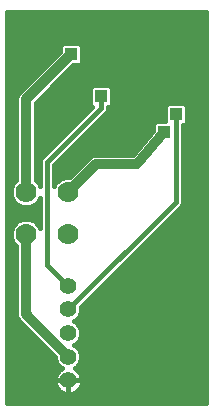
<source format=gbl>
G75*
G70*
%OFA0B0*%
%FSLAX24Y24*%
%IPPOS*%
%LPD*%
%AMOC8*
5,1,8,0,0,1.08239X$1,22.5*
%
%ADD10C,0.0700*%
%ADD11C,0.0555*%
%ADD12C,0.0320*%
%ADD13C,0.0160*%
%ADD14R,0.0436X0.0436*%
D10*
X001545Y005975D03*
X001545Y007385D03*
X002955Y007385D03*
X002955Y005975D03*
D11*
X002959Y004255D03*
X002959Y003467D03*
X002959Y002680D03*
X002959Y001893D03*
X002959Y001105D03*
D12*
X002959Y001893D02*
X001545Y003306D01*
X001545Y005975D01*
X001545Y007385D02*
X001545Y010475D01*
X003050Y011980D01*
X003876Y008306D02*
X005250Y008306D01*
X006150Y009380D01*
X003876Y008306D02*
X002955Y007385D01*
D13*
X000930Y013396D02*
X000930Y000360D01*
X007540Y000360D01*
X007540Y013396D01*
X000930Y013396D01*
X000930Y013285D02*
X007540Y013285D01*
X007540Y013127D02*
X000930Y013127D01*
X000930Y012968D02*
X007540Y012968D01*
X007540Y012810D02*
X000930Y012810D01*
X000930Y012651D02*
X007540Y012651D01*
X007540Y012493D02*
X000930Y012493D01*
X000930Y012334D02*
X002742Y012334D01*
X002766Y012358D02*
X002672Y012264D01*
X002672Y012054D01*
X001364Y010747D01*
X001274Y010657D01*
X001225Y010539D01*
X001225Y007786D01*
X001113Y007674D01*
X001035Y007486D01*
X001035Y007283D01*
X001113Y007096D01*
X001256Y006952D01*
X001444Y006875D01*
X001647Y006875D01*
X001834Y006952D01*
X001978Y007096D01*
X002010Y007174D01*
X002010Y006186D01*
X001978Y006264D01*
X001834Y006408D01*
X001647Y006485D01*
X001444Y006485D01*
X001256Y006408D01*
X001113Y006264D01*
X001035Y006077D01*
X001035Y005874D01*
X001113Y005686D01*
X001225Y005574D01*
X001225Y003242D01*
X001274Y003125D01*
X002521Y001878D01*
X002521Y001806D01*
X002588Y001645D01*
X002711Y001522D01*
X002743Y001509D01*
X002719Y001496D01*
X002661Y001454D01*
X002610Y001403D01*
X002567Y001345D01*
X002535Y001281D01*
X002512Y001212D01*
X002501Y001141D01*
X002501Y001105D01*
X002501Y001069D01*
X002512Y000998D01*
X002535Y000930D01*
X002567Y000865D01*
X002610Y000807D01*
X002661Y000756D01*
X002719Y000714D01*
X002783Y000681D01*
X002852Y000659D01*
X002923Y000648D01*
X002959Y000648D01*
X002995Y000648D01*
X003066Y000659D01*
X003134Y000681D01*
X003198Y000714D01*
X003257Y000756D01*
X003308Y000807D01*
X003350Y000865D01*
X003383Y000930D01*
X003405Y000998D01*
X003416Y001069D01*
X003416Y001105D01*
X002959Y001105D01*
X002959Y001105D01*
X002959Y000648D01*
X002959Y001105D01*
X002959Y001105D01*
X003416Y001105D01*
X003416Y001141D01*
X003405Y001212D01*
X003383Y001281D01*
X003350Y001345D01*
X003308Y001403D01*
X003257Y001454D01*
X003198Y001496D01*
X003175Y001509D01*
X003206Y001522D01*
X003330Y001645D01*
X003396Y001806D01*
X003396Y001980D01*
X003330Y002140D01*
X003206Y002263D01*
X003151Y002286D01*
X003206Y002309D01*
X003330Y002432D01*
X003396Y002593D01*
X003396Y002767D01*
X003330Y002928D01*
X003206Y003051D01*
X003151Y003074D01*
X003206Y003097D01*
X003330Y003220D01*
X003396Y003380D01*
X003396Y003554D01*
X003393Y003562D01*
X006686Y006855D01*
X006753Y006923D01*
X006790Y007011D01*
X006790Y009602D01*
X006834Y009602D01*
X006928Y009696D01*
X006928Y010264D01*
X006834Y010358D01*
X006266Y010358D01*
X006172Y010264D01*
X006172Y009758D01*
X005866Y009758D01*
X005772Y009664D01*
X005772Y009427D01*
X005101Y008626D01*
X003813Y008626D01*
X003695Y008578D01*
X003605Y008488D01*
X003012Y007895D01*
X002853Y007895D01*
X002666Y007817D01*
X002522Y007674D01*
X002490Y007595D01*
X002490Y008281D01*
X004186Y009977D01*
X004253Y010044D01*
X004290Y010132D01*
X004290Y010202D01*
X004334Y010202D01*
X004428Y010296D01*
X004428Y010864D01*
X004334Y010958D01*
X003766Y010958D01*
X003672Y010864D01*
X003672Y010296D01*
X003749Y010218D01*
X002047Y008516D01*
X002010Y008428D01*
X002010Y007595D01*
X001978Y007674D01*
X001865Y007786D01*
X001865Y010343D01*
X003124Y011602D01*
X003334Y011602D01*
X003428Y011696D01*
X003428Y012264D01*
X003334Y012358D01*
X002766Y012358D01*
X002672Y012176D02*
X000930Y012176D01*
X000930Y012017D02*
X002634Y012017D01*
X002476Y011859D02*
X000930Y011859D01*
X000930Y011700D02*
X002317Y011700D01*
X002159Y011542D02*
X000930Y011542D01*
X000930Y011383D02*
X002000Y011383D01*
X001842Y011225D02*
X000930Y011225D01*
X000930Y011066D02*
X001683Y011066D01*
X001525Y010908D02*
X000930Y010908D01*
X000930Y010749D02*
X001366Y010749D01*
X001247Y010591D02*
X000930Y010591D01*
X000930Y010432D02*
X001225Y010432D01*
X001225Y010274D02*
X000930Y010274D01*
X000930Y010115D02*
X001225Y010115D01*
X001225Y009957D02*
X000930Y009957D01*
X000930Y009798D02*
X001225Y009798D01*
X001225Y009640D02*
X000930Y009640D01*
X000930Y009481D02*
X001225Y009481D01*
X001225Y009323D02*
X000930Y009323D01*
X000930Y009164D02*
X001225Y009164D01*
X001225Y009006D02*
X000930Y009006D01*
X000930Y008847D02*
X001225Y008847D01*
X001225Y008689D02*
X000930Y008689D01*
X000930Y008530D02*
X001225Y008530D01*
X001225Y008372D02*
X000930Y008372D01*
X000930Y008213D02*
X001225Y008213D01*
X001225Y008055D02*
X000930Y008055D01*
X000930Y007896D02*
X001225Y007896D01*
X001177Y007738D02*
X000930Y007738D01*
X000930Y007579D02*
X001074Y007579D01*
X001035Y007421D02*
X000930Y007421D01*
X000930Y007262D02*
X001044Y007262D01*
X001110Y007104D02*
X000930Y007104D01*
X000930Y006945D02*
X001274Y006945D01*
X001406Y006470D02*
X000930Y006470D01*
X000930Y006628D02*
X002010Y006628D01*
X002010Y006470D02*
X001685Y006470D01*
X001931Y006311D02*
X002010Y006311D01*
X002010Y006787D02*
X000930Y006787D01*
X000930Y006311D02*
X001160Y006311D01*
X001067Y006153D02*
X000930Y006153D01*
X000930Y005994D02*
X001035Y005994D01*
X001051Y005836D02*
X000930Y005836D01*
X000930Y005677D02*
X001122Y005677D01*
X001225Y005519D02*
X000930Y005519D01*
X000930Y005360D02*
X001225Y005360D01*
X001225Y005202D02*
X000930Y005202D01*
X000930Y005043D02*
X001225Y005043D01*
X001225Y004885D02*
X000930Y004885D01*
X000930Y004726D02*
X001225Y004726D01*
X001225Y004568D02*
X000930Y004568D01*
X000930Y004409D02*
X001225Y004409D01*
X001225Y004251D02*
X000930Y004251D01*
X000930Y004092D02*
X001225Y004092D01*
X001225Y003934D02*
X000930Y003934D01*
X000930Y003775D02*
X001225Y003775D01*
X001225Y003617D02*
X000930Y003617D01*
X000930Y003458D02*
X001225Y003458D01*
X001225Y003300D02*
X000930Y003300D01*
X000930Y003141D02*
X001267Y003141D01*
X001416Y002983D02*
X000930Y002983D01*
X000930Y002824D02*
X001575Y002824D01*
X001733Y002666D02*
X000930Y002666D01*
X000930Y002507D02*
X001892Y002507D01*
X002050Y002349D02*
X000930Y002349D01*
X000930Y002190D02*
X002209Y002190D01*
X002367Y002032D02*
X000930Y002032D01*
X000930Y001873D02*
X002521Y001873D01*
X002559Y001715D02*
X000930Y001715D01*
X000930Y001556D02*
X002677Y001556D01*
X002606Y001398D02*
X000930Y001398D01*
X000930Y001239D02*
X002521Y001239D01*
X002501Y001105D02*
X002959Y001105D01*
X002501Y001105D01*
X002501Y001081D02*
X000930Y001081D01*
X000930Y000922D02*
X002539Y000922D01*
X002653Y000764D02*
X000930Y000764D01*
X000930Y000605D02*
X007540Y000605D01*
X007540Y000447D02*
X000930Y000447D01*
X002959Y000764D02*
X002959Y000764D01*
X002959Y000922D02*
X002959Y000922D01*
X002959Y001081D02*
X002959Y001081D01*
X002959Y001105D02*
X002959Y001105D01*
X003241Y001556D02*
X007540Y001556D01*
X007540Y001398D02*
X003312Y001398D01*
X003396Y001239D02*
X007540Y001239D01*
X007540Y001081D02*
X003416Y001081D01*
X003379Y000922D02*
X007540Y000922D01*
X007540Y000764D02*
X003264Y000764D01*
X003358Y001715D02*
X007540Y001715D01*
X007540Y001873D02*
X003396Y001873D01*
X003375Y002032D02*
X007540Y002032D01*
X007540Y002190D02*
X003280Y002190D01*
X003246Y002349D02*
X007540Y002349D01*
X007540Y002507D02*
X003361Y002507D01*
X003396Y002666D02*
X007540Y002666D01*
X007540Y002824D02*
X003373Y002824D01*
X003275Y002983D02*
X007540Y002983D01*
X007540Y003141D02*
X003251Y003141D01*
X003363Y003300D02*
X007540Y003300D01*
X007540Y003458D02*
X003396Y003458D01*
X003447Y003617D02*
X007540Y003617D01*
X007540Y003775D02*
X003606Y003775D01*
X003764Y003934D02*
X007540Y003934D01*
X007540Y004092D02*
X003923Y004092D01*
X004081Y004251D02*
X007540Y004251D01*
X007540Y004409D02*
X004240Y004409D01*
X004398Y004568D02*
X007540Y004568D01*
X007540Y004726D02*
X004557Y004726D01*
X004715Y004885D02*
X007540Y004885D01*
X007540Y005043D02*
X004874Y005043D01*
X005032Y005202D02*
X007540Y005202D01*
X007540Y005360D02*
X005191Y005360D01*
X005349Y005519D02*
X007540Y005519D01*
X007540Y005677D02*
X005508Y005677D01*
X005666Y005836D02*
X007540Y005836D01*
X007540Y005994D02*
X005825Y005994D01*
X005983Y006153D02*
X007540Y006153D01*
X007540Y006311D02*
X006142Y006311D01*
X006300Y006470D02*
X007540Y006470D01*
X007540Y006628D02*
X006459Y006628D01*
X006617Y006787D02*
X007540Y006787D01*
X007540Y006945D02*
X006763Y006945D01*
X006790Y007104D02*
X007540Y007104D01*
X007540Y007262D02*
X006790Y007262D01*
X006790Y007421D02*
X007540Y007421D01*
X007540Y007579D02*
X006790Y007579D01*
X006790Y007738D02*
X007540Y007738D01*
X007540Y007896D02*
X006790Y007896D01*
X006790Y008055D02*
X007540Y008055D01*
X007540Y008213D02*
X006790Y008213D01*
X006790Y008372D02*
X007540Y008372D01*
X007540Y008530D02*
X006790Y008530D01*
X006790Y008689D02*
X007540Y008689D01*
X007540Y008847D02*
X006790Y008847D01*
X006790Y009006D02*
X007540Y009006D01*
X007540Y009164D02*
X006790Y009164D01*
X006790Y009323D02*
X007540Y009323D01*
X007540Y009481D02*
X006790Y009481D01*
X006872Y009640D02*
X007540Y009640D01*
X007540Y009798D02*
X006928Y009798D01*
X006928Y009957D02*
X007540Y009957D01*
X007540Y010115D02*
X006928Y010115D01*
X006919Y010274D02*
X007540Y010274D01*
X007540Y010432D02*
X004428Y010432D01*
X004428Y010591D02*
X007540Y010591D01*
X007540Y010749D02*
X004428Y010749D01*
X004385Y010908D02*
X007540Y010908D01*
X007540Y011066D02*
X002589Y011066D01*
X002747Y011225D02*
X007540Y011225D01*
X007540Y011383D02*
X002906Y011383D01*
X003064Y011542D02*
X007540Y011542D01*
X007540Y011700D02*
X003428Y011700D01*
X003428Y011859D02*
X007540Y011859D01*
X007540Y012017D02*
X003428Y012017D01*
X003428Y012176D02*
X007540Y012176D01*
X007540Y012334D02*
X003358Y012334D01*
X003715Y010908D02*
X002430Y010908D01*
X002272Y010749D02*
X003672Y010749D01*
X003672Y010591D02*
X002113Y010591D01*
X001955Y010432D02*
X003672Y010432D01*
X003694Y010274D02*
X001865Y010274D01*
X001865Y010115D02*
X003646Y010115D01*
X003487Y009957D02*
X001865Y009957D01*
X001865Y009798D02*
X003329Y009798D01*
X003170Y009640D02*
X001865Y009640D01*
X001865Y009481D02*
X003012Y009481D01*
X002853Y009323D02*
X001865Y009323D01*
X001865Y009164D02*
X002695Y009164D01*
X002536Y009006D02*
X001865Y009006D01*
X001865Y008847D02*
X002378Y008847D01*
X002219Y008689D02*
X001865Y008689D01*
X001865Y008530D02*
X002061Y008530D01*
X002010Y008372D02*
X001865Y008372D01*
X001865Y008213D02*
X002010Y008213D01*
X002010Y008055D02*
X001865Y008055D01*
X001865Y007896D02*
X002010Y007896D01*
X002010Y007738D02*
X001914Y007738D01*
X002250Y008380D02*
X004050Y010180D01*
X004050Y010580D01*
X004283Y010115D02*
X006172Y010115D01*
X006172Y009957D02*
X004166Y009957D01*
X004007Y009798D02*
X006172Y009798D01*
X006181Y010274D02*
X004406Y010274D01*
X003849Y009640D02*
X005772Y009640D01*
X005772Y009481D02*
X003690Y009481D01*
X003532Y009323D02*
X005684Y009323D01*
X005551Y009164D02*
X003373Y009164D01*
X003215Y009006D02*
X005419Y009006D01*
X005286Y008847D02*
X003056Y008847D01*
X002898Y008689D02*
X005153Y008689D01*
X006550Y009980D02*
X006550Y007059D01*
X002959Y003467D01*
X002959Y004255D02*
X002250Y004963D01*
X002250Y008380D01*
X002490Y008213D02*
X003330Y008213D01*
X003172Y008055D02*
X002490Y008055D01*
X002490Y007896D02*
X003013Y007896D01*
X002739Y008530D02*
X003647Y008530D01*
X003489Y008372D02*
X002581Y008372D01*
X002586Y007738D02*
X002490Y007738D01*
X002010Y007104D02*
X001981Y007104D01*
X002010Y006945D02*
X001816Y006945D01*
D14*
X004050Y010580D03*
X003050Y011980D03*
X006150Y009380D03*
X006550Y009980D03*
M02*

</source>
